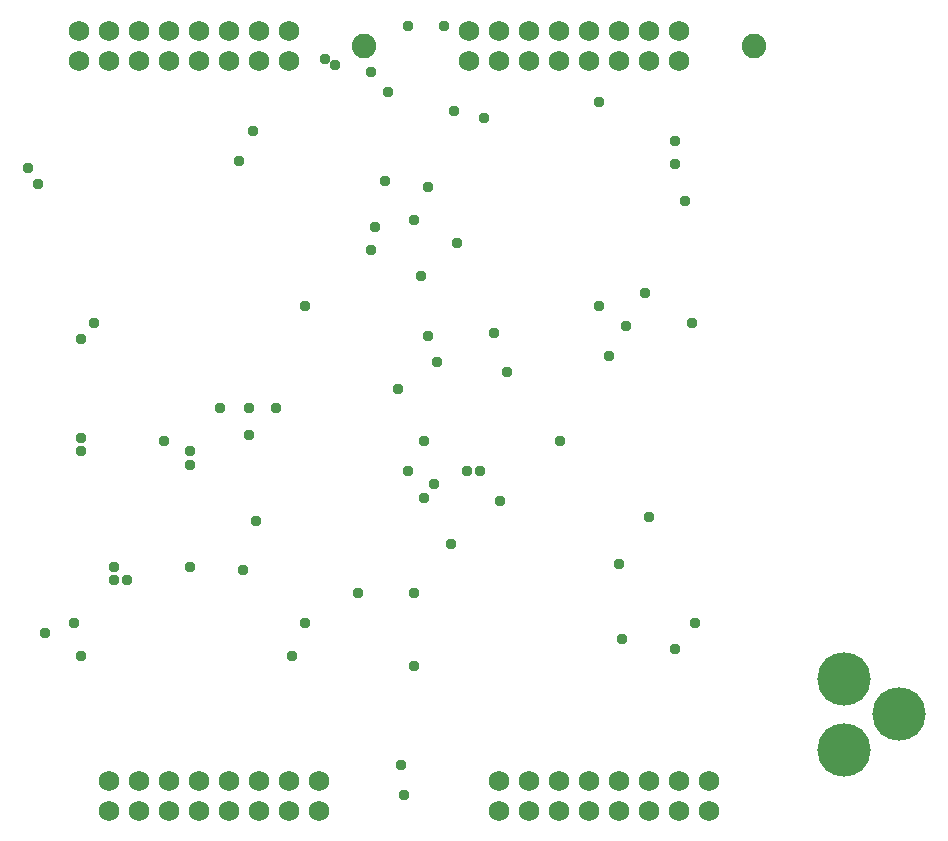
<source format=gbr>
G04 EAGLE Gerber X2 export*
%TF.Part,Single*%
%TF.FileFunction,Soldermask,Bot,1*%
%TF.FilePolarity,Negative*%
%TF.GenerationSoftware,Autodesk,EAGLE,8.6.3*%
%TF.CreationDate,2018-04-24T10:21:06Z*%
G75*
%MOMM*%
%FSLAX34Y34*%
%LPD*%
%AMOC8*
5,1,8,0,0,1.08239X$1,22.5*%
G01*
%ADD10C,1.733200*%
%ADD11C,4.521200*%
%ADD12C,2.082800*%
%ADD13C,0.959600*%


D10*
X76200Y660400D03*
X76200Y685800D03*
X101600Y660400D03*
X101600Y685800D03*
X127000Y660400D03*
X127000Y685800D03*
X152400Y660400D03*
X152400Y685800D03*
X177800Y660400D03*
X177800Y685800D03*
X203200Y660400D03*
X203200Y685800D03*
X228600Y660400D03*
X228600Y685800D03*
X254000Y660400D03*
X254000Y685800D03*
X406400Y660400D03*
X406400Y685800D03*
X431800Y660400D03*
X431800Y685800D03*
X457200Y660400D03*
X457200Y685800D03*
X482600Y660400D03*
X482600Y685800D03*
X508000Y660400D03*
X508000Y685800D03*
X533400Y660400D03*
X533400Y685800D03*
X558800Y660400D03*
X558800Y685800D03*
X584200Y660400D03*
X584200Y685800D03*
D11*
X723900Y137000D03*
X723900Y77000D03*
X770900Y107000D03*
D10*
X101600Y25400D03*
X101600Y50800D03*
X127000Y25400D03*
X127000Y50800D03*
X152400Y25400D03*
X152400Y50800D03*
X177800Y25400D03*
X177800Y50800D03*
X203200Y25400D03*
X203200Y50800D03*
X228600Y25400D03*
X228600Y50800D03*
X254000Y25400D03*
X254000Y50800D03*
X279400Y25400D03*
X279400Y50800D03*
X431800Y25400D03*
X431800Y50800D03*
X457200Y25400D03*
X457200Y50800D03*
X482600Y25400D03*
X482600Y50800D03*
X508000Y25400D03*
X508000Y50800D03*
X533400Y25400D03*
X533400Y50800D03*
X558800Y25400D03*
X558800Y50800D03*
X584200Y25400D03*
X584200Y50800D03*
X609600Y25400D03*
X609600Y50800D03*
D12*
X647700Y673100D03*
X317500Y673100D03*
D13*
X536448Y170434D03*
X368808Y338074D03*
X581152Y592328D03*
X338074Y634238D03*
X589534Y542036D03*
X419100Y611886D03*
X89408Y438658D03*
X268224Y452628D03*
X366014Y477774D03*
X427482Y430276D03*
X396748Y505714D03*
X360426Y525272D03*
X595122Y438658D03*
X324104Y651002D03*
X581152Y572770D03*
X354838Y690118D03*
X148082Y338074D03*
X335280Y558800D03*
X393954Y617474D03*
X385572Y690118D03*
X379984Y405130D03*
X346456Y382778D03*
X516890Y452628D03*
X516890Y625856D03*
X170434Y231902D03*
X170434Y318516D03*
X223520Y600710D03*
X284988Y662178D03*
X106172Y220726D03*
X170434Y329692D03*
X212344Y575564D03*
X293370Y656590D03*
X312928Y209550D03*
X354838Y312928D03*
X438658Y396748D03*
X533654Y234696D03*
X558800Y273812D03*
X597916Y184404D03*
X41910Y556006D03*
X33528Y569976D03*
X106172Y231902D03*
X326898Y519684D03*
X195580Y366014D03*
X117348Y220726D03*
X324104Y500126D03*
X220726Y366014D03*
X220726Y343662D03*
X556006Y463804D03*
X405130Y312928D03*
X360426Y209550D03*
X360426Y148082D03*
X539242Y435864D03*
X416306Y312928D03*
X78232Y424688D03*
X78232Y340868D03*
X525272Y410718D03*
X483362Y338074D03*
X433070Y287782D03*
X47498Y176022D03*
X352044Y39116D03*
X215138Y229108D03*
X226314Y271018D03*
X368808Y290576D03*
X391160Y251460D03*
X72644Y184404D03*
X78232Y156464D03*
X268224Y184404D03*
X257048Y156464D03*
X349250Y64262D03*
X581152Y162052D03*
X371602Y427482D03*
X371602Y553212D03*
X243078Y366014D03*
X377190Y301752D03*
X78232Y329692D03*
M02*

</source>
